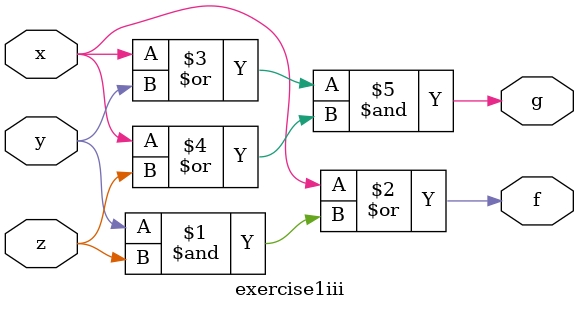
<source format=v>
module exercise1iii(f, g, x, y, z);
input x, y, z;
output f, g;
assign f = x | (y & z);
assign g = (x | y) & (x | z);
endmodule
</source>
